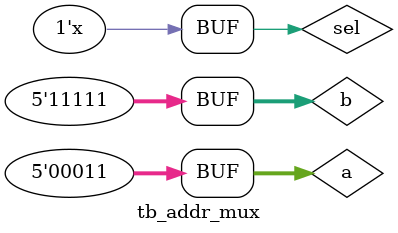
<source format=v>
module tb_addr_mux;
	//Inputs
	reg [4:0] a;
	reg [4:0] b;
	reg sel;
	
	//Outputs
	wire [4:0] mux_out;
	
	//UUT
	addr_mux U2 (
		.a(a),
		.b(b),
		.sel(sel),
		.mux_out(mux_out)
	);
	
	
	initial begin 
		//Initialize 
		a = 0;
		b = 0;
		sel = 0;
	end
	
	
		//Simulation 
	initial begin 
		#3 a = 5'b00100;
		#3 a = 5'b00011;
		#3 a = 5'b00000;
		#3 a = 5'b11100;
		#3 a = 5'b00011;
		#3 a = 5'b00100;
		#3 a = 5'b00011;		
	end
	
	initial begin 
		#3 b = 5'b01010;
		#3 b = 5'b11001;
		#3 b = 5'b11011;
		#3 b = 5'b11001;
		#3 b = 5'b11111;
		#3 b = 5'b11000;
		#3 b = 5'b11111;		
	end
	
	always begin
		#5 sel = ~ sel;
	end	
	
endmodule 


</source>
